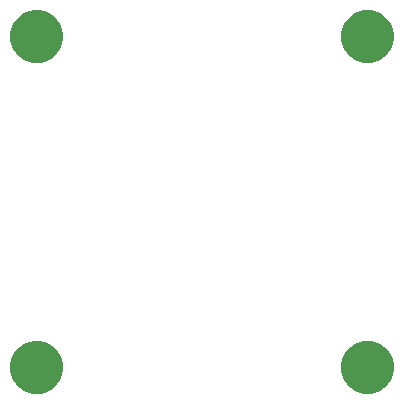
<source format=gbs>
G04 #@! TF.GenerationSoftware,KiCad,Pcbnew,(5.1.4)-1*
G04 #@! TF.CreationDate,2021-09-20T21:29:11-04:00*
G04 #@! TF.ProjectId,horizon-mx-top-plate,686f7269-7a6f-46e2-9d6d-782d746f702d,rev?*
G04 #@! TF.SameCoordinates,Original*
G04 #@! TF.FileFunction,Soldermask,Bot*
G04 #@! TF.FilePolarity,Negative*
%FSLAX46Y46*%
G04 Gerber Fmt 4.6, Leading zero omitted, Abs format (unit mm)*
G04 Created by KiCad (PCBNEW (5.1.4)-1) date 2021-09-20 21:29:11*
%MOMM*%
%LPD*%
G04 APERTURE LIST*
%ADD10C,0.100000*%
G04 APERTURE END LIST*
D10*
G36*
X195275880Y-125759776D02*
G01*
X195656593Y-125835504D01*
X196066249Y-126005189D01*
X196434929Y-126251534D01*
X196748466Y-126565071D01*
X196994811Y-126933751D01*
X197164496Y-127343407D01*
X197251000Y-127778296D01*
X197251000Y-128221704D01*
X197164496Y-128656593D01*
X196994811Y-129066249D01*
X196748466Y-129434929D01*
X196434929Y-129748466D01*
X196066249Y-129994811D01*
X195656593Y-130164496D01*
X195275880Y-130240224D01*
X195221705Y-130251000D01*
X194778295Y-130251000D01*
X194724120Y-130240224D01*
X194343407Y-130164496D01*
X193933751Y-129994811D01*
X193565071Y-129748466D01*
X193251534Y-129434929D01*
X193005189Y-129066249D01*
X192835504Y-128656593D01*
X192749000Y-128221704D01*
X192749000Y-127778296D01*
X192835504Y-127343407D01*
X193005189Y-126933751D01*
X193251534Y-126565071D01*
X193565071Y-126251534D01*
X193933751Y-126005189D01*
X194343407Y-125835504D01*
X194724120Y-125759776D01*
X194778295Y-125749000D01*
X195221705Y-125749000D01*
X195275880Y-125759776D01*
X195275880Y-125759776D01*
G37*
G36*
X223275880Y-125759776D02*
G01*
X223656593Y-125835504D01*
X224066249Y-126005189D01*
X224434929Y-126251534D01*
X224748466Y-126565071D01*
X224994811Y-126933751D01*
X225164496Y-127343407D01*
X225251000Y-127778296D01*
X225251000Y-128221704D01*
X225164496Y-128656593D01*
X224994811Y-129066249D01*
X224748466Y-129434929D01*
X224434929Y-129748466D01*
X224066249Y-129994811D01*
X223656593Y-130164496D01*
X223275880Y-130240224D01*
X223221705Y-130251000D01*
X222778295Y-130251000D01*
X222724120Y-130240224D01*
X222343407Y-130164496D01*
X221933751Y-129994811D01*
X221565071Y-129748466D01*
X221251534Y-129434929D01*
X221005189Y-129066249D01*
X220835504Y-128656593D01*
X220749000Y-128221704D01*
X220749000Y-127778296D01*
X220835504Y-127343407D01*
X221005189Y-126933751D01*
X221251534Y-126565071D01*
X221565071Y-126251534D01*
X221933751Y-126005189D01*
X222343407Y-125835504D01*
X222724120Y-125759776D01*
X222778295Y-125749000D01*
X223221705Y-125749000D01*
X223275880Y-125759776D01*
X223275880Y-125759776D01*
G37*
G36*
X195275880Y-97759776D02*
G01*
X195656593Y-97835504D01*
X196066249Y-98005189D01*
X196434929Y-98251534D01*
X196748466Y-98565071D01*
X196994811Y-98933751D01*
X197164496Y-99343407D01*
X197251000Y-99778296D01*
X197251000Y-100221704D01*
X197164496Y-100656593D01*
X196994811Y-101066249D01*
X196748466Y-101434929D01*
X196434929Y-101748466D01*
X196066249Y-101994811D01*
X195656593Y-102164496D01*
X195275880Y-102240224D01*
X195221705Y-102251000D01*
X194778295Y-102251000D01*
X194724120Y-102240224D01*
X194343407Y-102164496D01*
X193933751Y-101994811D01*
X193565071Y-101748466D01*
X193251534Y-101434929D01*
X193005189Y-101066249D01*
X192835504Y-100656593D01*
X192749000Y-100221704D01*
X192749000Y-99778296D01*
X192835504Y-99343407D01*
X193005189Y-98933751D01*
X193251534Y-98565071D01*
X193565071Y-98251534D01*
X193933751Y-98005189D01*
X194343407Y-97835504D01*
X194724120Y-97759776D01*
X194778295Y-97749000D01*
X195221705Y-97749000D01*
X195275880Y-97759776D01*
X195275880Y-97759776D01*
G37*
G36*
X223275880Y-97759776D02*
G01*
X223656593Y-97835504D01*
X224066249Y-98005189D01*
X224434929Y-98251534D01*
X224748466Y-98565071D01*
X224994811Y-98933751D01*
X225164496Y-99343407D01*
X225251000Y-99778296D01*
X225251000Y-100221704D01*
X225164496Y-100656593D01*
X224994811Y-101066249D01*
X224748466Y-101434929D01*
X224434929Y-101748466D01*
X224066249Y-101994811D01*
X223656593Y-102164496D01*
X223275880Y-102240224D01*
X223221705Y-102251000D01*
X222778295Y-102251000D01*
X222724120Y-102240224D01*
X222343407Y-102164496D01*
X221933751Y-101994811D01*
X221565071Y-101748466D01*
X221251534Y-101434929D01*
X221005189Y-101066249D01*
X220835504Y-100656593D01*
X220749000Y-100221704D01*
X220749000Y-99778296D01*
X220835504Y-99343407D01*
X221005189Y-98933751D01*
X221251534Y-98565071D01*
X221565071Y-98251534D01*
X221933751Y-98005189D01*
X222343407Y-97835504D01*
X222724120Y-97759776D01*
X222778295Y-97749000D01*
X223221705Y-97749000D01*
X223275880Y-97759776D01*
X223275880Y-97759776D01*
G37*
M02*

</source>
